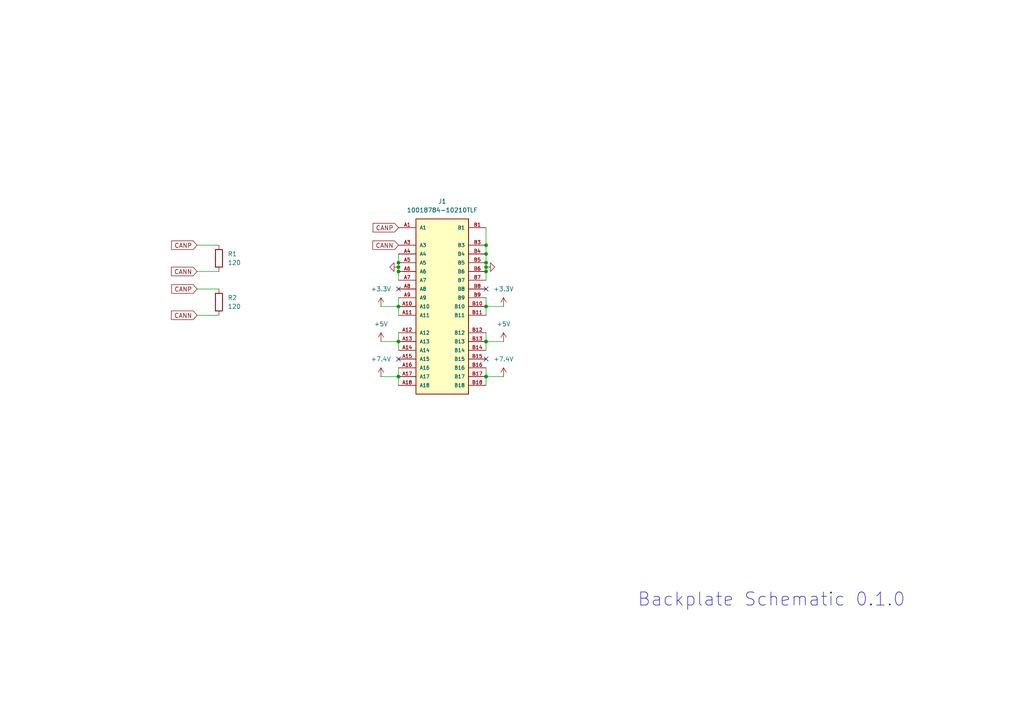
<source format=kicad_sch>
(kicad_sch (version 20231120) (generator "eeschema") (generator_version "8.0")
  (paper "A4")
  (lib_symbols
    (symbol "10018784-10210TLF:10018784-10210TLF" (pin_names (offset 1.016))
      (property "Reference" "J1" (at 0 30.48 0))
      (property "Value" "10018784-10210TLF" (at 0 27.94 0))
      (symbol "10018784-10210TLF_0_0"
        (rectangle (start -7.62 -25.4) (end 7.62 25.4) (stroke (width 0.254)) (fill (type background)))
        (pin passive line (at -12.7 22.86 0) (length 5.08) (name "A1") (number "A1"))
        (pin passive line (at -12.7 0 0) (length 5.08) (name "A10") (number "A10"))
        (pin passive line (at -12.7 -2.54 0) (length 5.08) (name "A11") (number "A11"))
        (pin passive line (at -12.7 -7.62 0) (length 5.08) (name "A12") (number "A12"))
        (pin passive line (at -12.7 -10.16 0) (length 5.08) (name "A13") (number "A13"))
        (pin passive line (at -12.7 -12.7 0) (length 5.08) (name "A14") (number "A14"))
        (pin passive line (at -12.7 -15.24 0) (length 5.08) (name "A15") (number "A15"))
        (pin passive line (at -12.7 -17.78 0) (length 5.08) (name "A16") (number "A16"))
        (pin passive line (at -12.7 -20.32 0) (length 5.08) (name "A17") (number "A17"))
        (pin passive line (at -12.7 -22.86 0) (length 5.08) (name "A18") (number "A18"))
        (pin passive line (at -12.7 17.78 0) (length 5.08) (name "A3") (number "A3"))
        (pin passive line (at -12.7 15.24 0) (length 5.08) (name "A4") (number "A4"))
        (pin passive line (at -12.7 12.7 0) (length 5.08) (name "A5") (number "A5"))
        (pin passive line (at -12.7 10.16 0) (length 5.08) (name "A6") (number "A6"))
        (pin passive line (at -12.7 7.62 0) (length 5.08) (name "A7") (number "A7"))
        (pin passive line (at -12.7 5.08 0) (length 5.08) (name "A8") (number "A8"))
        (pin passive line (at -12.7 2.54 0) (length 5.08) (name "A9") (number "A9"))
        (pin passive line (at 12.7 22.86 180) (length 5.08) (name "B1") (number "B1"))
        (pin passive line (at 12.7 0 180) (length 5.08) (name "B10") (number "B10"))
        (pin passive line (at 12.7 -2.54 180) (length 5.08) (name "B11") (number "B11"))
        (pin passive line (at 12.7 -7.62 180) (length 5.08) (name "B12") (number "B12"))
        (pin passive line (at 12.7 -10.16 180) (length 5.08) (name "B13") (number "B13"))
        (pin passive line (at 12.7 -12.7 180) (length 5.08) (name "B14") (number "B14"))
        (pin passive line (at 12.7 -15.24 180) (length 5.08) (name "B15") (number "B15"))
        (pin passive line (at 12.7 -17.78 180) (length 5.08) (name "B16") (number "B16"))
        (pin passive line (at 12.7 -20.32 180) (length 5.08) (name "B17") (number "B17"))
        (pin passive line (at 12.7 -22.86 180) (length 5.08) (name "B18") (number "B18"))
        (pin passive line (at 12.7 17.78 180) (length 5.08) (name "B3") (number "B3"))
        (pin passive line (at 12.7 15.24 180) (length 5.08) (name "B4") (number "B4"))
        (pin passive line (at 12.7 12.7 180) (length 5.08) (name "B5") (number "B5"))
        (pin passive line (at 12.7 10.16 180) (length 5.08) (name "B6") (number "B6"))
        (pin passive line (at 12.7 7.62 180) (length 5.08) (name "B7") (number "B7"))
        (pin passive line (at 12.7 5.08 180) (length 5.08) (name "B8") (number "B8"))
        (pin passive line (at 12.7 2.54 180) (length 5.08) (name "B9") (number "B9"))
      )
    )
    (symbol "Device:R" (pin_numbers hide) (pin_names (offset 0))
      (property "Reference" "R" (at 2.032 0 90))
      (property "Value" "R" (at 0 0 90))
      (symbol "R_0_1"
        (rectangle (start -1.016 -2.54) (end 1.016 2.54) (stroke (width 0.254)))
      )
      (symbol "R_1_1"
        (pin passive line (at 0 3.81 270) (length 1.27) (name "~") (number "1"))
        (pin passive line (at 0 -3.81 90) (length 1.27) (name "~") (number "2"))
      )
    )
    (symbol "power:GND" (power) (pin_numbers hide) (pin_names (offset 0) hide)
      (property "Value" "GND" (at 0 -3.81 0))
      (symbol "GND_0_1"
        (polyline (pts (xy 0 0) (xy 0 -1.27) (xy 1.27 -1.27) (xy 0 -2.54) (xy -1.27 -1.27) (xy 0 -1.27)))
      )
      (symbol "GND_1_1"
        (pin power_in line (at 0 0 270) (length 0) (name "~") (number "1"))
      )
    )
    (symbol "power:VAA" (power) (pin_numbers hide) (pin_names (offset 0) hide)
      (property "Value" "VAA" (at 0 3.556 0))
      (symbol "VAA_0_1"
        (polyline (pts (xy -0.762 1.27) (xy 0 2.54)))
        (polyline (pts (xy 0 0) (xy 0 2.54)))
        (polyline (pts (xy 0 2.54) (xy 0.762 1.27)))
      )
      (symbol "VAA_1_1"
        (pin power_in line (at 0 0 90) (length 0) (name "~") (number "1"))
      )
    )
  )
  (junction (at 115.57 109.22))
  (junction (at 140.97 99.06))
  (junction (at 115.57 88.9))
  (junction (at 115.57 99.06))
  (junction (at 140.97 73.66))
  (junction (at 140.97 77.47))
  (junction (at 140.97 88.9))
  (junction (at 140.97 76.2))
  (junction (at 115.57 78.74))
  (junction (at 140.97 78.74))
  (junction (at 140.97 71.12))
  (junction (at 115.57 77.47))
  (junction (at 140.97 109.22))
  (junction (at 115.57 76.2))
  (no_connect (at 140.97 104.14))
  (no_connect (at 140.97 83.82))
  (no_connect (at 115.57 104.14))
  (no_connect (at 115.57 83.82))
  (wire (pts (xy 140.97 66.04) (xy 140.97 71.12)))
  (wire (pts (xy 115.57 96.52) (xy 115.57 99.06)))
  (wire (pts (xy 57.15 83.82) (xy 63.5 83.82)))
  (wire (pts (xy 140.97 71.12) (xy 140.97 73.66)))
  (wire (pts (xy 140.97 88.9) (xy 140.97 91.44)))
  (wire (pts (xy 115.57 76.2) (xy 115.57 77.47)))
  (wire (pts (xy 57.15 78.74) (xy 63.5 78.74)))
  (wire (pts (xy 115.57 86.36) (xy 115.57 88.9)))
  (wire (pts (xy 140.97 96.52) (xy 140.97 99.06)))
  (wire (pts (xy 140.97 99.06) (xy 140.97 101.6)))
  (wire (pts (xy 115.57 88.9) (xy 115.57 91.44)))
  (wire (pts (xy 57.15 71.12) (xy 63.5 71.12)))
  (wire (pts (xy 140.97 106.68) (xy 140.97 109.22)))
  (wire (pts (xy 57.15 91.44) (xy 63.5 91.44)))
  (wire (pts (xy 140.97 78.74) (xy 140.97 81.28)))
  (wire (pts (xy 146.05 88.9) (xy 140.97 88.9)))
  (wire (pts (xy 140.97 76.2) (xy 140.97 77.47)))
  (wire (pts (xy 140.97 77.47) (xy 140.97 78.74)))
  (wire (pts (xy 110.49 99.06) (xy 115.57 99.06)))
  (wire (pts (xy 140.97 109.22) (xy 140.97 111.76)))
  (wire (pts (xy 146.05 99.06) (xy 140.97 99.06)))
  (wire (pts (xy 146.05 109.22) (xy 140.97 109.22)))
  (wire (pts (xy 115.57 77.47) (xy 115.57 78.74)))
  (wire (pts (xy 140.97 86.36) (xy 140.97 88.9)))
  (wire (pts (xy 110.49 109.22) (xy 115.57 109.22)))
  (wire (pts (xy 115.57 73.66) (xy 115.57 76.2)))
  (wire (pts (xy 115.57 106.68) (xy 115.57 109.22)))
  (wire (pts (xy 110.49 88.9) (xy 115.57 88.9)))
  (wire (pts (xy 115.57 78.74) (xy 115.57 81.28)))
  (wire (pts (xy 115.57 109.22) (xy 115.57 111.76)))
  (wire (pts (xy 140.97 73.66) (xy 140.97 76.2)))
  (wire (pts (xy 115.57 99.06) (xy 115.57 101.6)))
  (text "Backplate Schematic 0.1.0" (at 223.774 173.99 0) (effects (font (size 3.81 3.81))))
  (global_label "CANN" (shape input) (at 115.57 71.12 180) (property "Intersheetrefs" "${INTERSHEET_REFS}" (effects (hide yes))))
  (global_label "CANP" (shape input) (at 57.15 83.82 180) (property "Intersheetrefs" "${INTERSHEET_REFS}" (effects (hide yes))))
  (global_label "CANN" (shape input) (at 57.15 91.44 180) (property "Intersheetrefs" "${INTERSHEET_REFS}" (effects (hide yes))))
  (global_label "CANN" (shape input) (at 57.15 78.74 180) (property "Intersheetrefs" "${INTERSHEET_REFS}" (effects (hide yes))))
  (global_label "CANP" (shape input) (at 115.57 66.04 180) (property "Intersheetrefs" "${INTERSHEET_REFS}" (effects (hide yes))))
  (global_label "CANP" (shape input) (at 57.15 71.12 180) (property "Intersheetrefs" "${INTERSHEET_REFS}" (effects (hide yes))))
  (symbol (lib_id "Device:R") (at 63.5 87.63 0) (unit 1)
    (property "Reference" "R2" (at 66.04 86.3599 0) (effects (justify left)))
    (property "Value" "120" (at 66.04 88.8999 0) (effects (justify left)))
    (property "Footprint" "Resistor_SMD:R_0805_2012Metric" (effects (hide yes)))
    (property "Description" "Resistor" (effects (hide yes)))
  )
  (symbol (lib_id "power:VAA") (at 146.05 99.06 0) (unit 1)
    (property "Reference" "#PWR04" (effects (hide yes)))
    (property "Value" "+5V" (at 146.05 93.98 0))
    (property "Description" "Power symbol creates a global label with name \"VAA\"" (effects (hide yes)))
  )
  (symbol (lib_id "10018784-10210TLF:10018784-10210TLF") (at 128.27 88.9 0) (unit 1)
    (property "Reference" "J1" (at 128.27 58.42 0))
    (property "Value" "10018784-10210TLF" (at 128.27 60.96 0))
    (property "Footprint" "10018784_10210TLF:AMPHENOL_10018784-10210TLF" (effects (hide yes)))
    (property "PARTREV" "S" (effects (hide yes)))
    (property "STANDARD" "Manufacturer Recommendations" (effects (hide yes)))
    (property "MANUFACTURER" "Amphenol" (effects (hide yes)))
    (property "digikey #" "609-2029-ND" (effects (hide yes)))
    (property "digikey link" "https://www.digikey.ca/en/products/detail/amphenol-cs-fci/10018784-10210TLF/1002344" (effects (hide yes)))
  )
  (symbol (lib_id "power:VAA") (at 110.49 99.06 0) (mirror y) (unit 1)
    (property "Reference" "#PWR09" (effects (hide yes)))
    (property "Value" "+5V" (at 110.49 93.98 0))
    (property "Description" "Power symbol creates a global label with name \"VAA\"" (effects (hide yes)))
  )
  (symbol (lib_id "power:GND") (at 140.97 77.47 90) (unit 1)
    (property "Reference" "#PWR02" (effects (hide yes)))
    (property "Value" "GND" (effects (hide yes)))
    (property "Description" "Power symbol creates a global label with name \"GND\" , ground" (effects (hide yes)))
  )
  (symbol (lib_id "power:VAA") (at 146.05 88.9 0) (unit 1)
    (property "Reference" "#PWR03" (effects (hide yes)))
    (property "Value" "+3.3V" (at 146.05 83.82 0))
    (property "Description" "Power symbol creates a global label with name \"VAA\"" (effects (hide yes)))
  )
  (symbol (lib_id "Device:R") (at 63.5 74.93 0) (unit 1)
    (property "Reference" "R1" (at 66.04 73.6599 0) (effects (justify left)))
    (property "Value" "120" (at 66.04 76.1999 0) (effects (justify left)))
    (property "Footprint" "Resistor_SMD:R_0805_2012Metric" (effects (hide yes)))
    (property "Description" "Resistor" (effects (hide yes)))
  )
  (symbol (lib_id "power:GND") (at 115.57 77.47 270) (mirror x) (unit 1)
    (property "Reference" "#PWR07" (effects (hide yes)))
    (property "Value" "GND" (effects (hide yes)))
    (property "Description" "Power symbol creates a global label with name \"GND\" , ground" (effects (hide yes)))
  )
  (symbol (lib_id "power:VAA") (at 110.49 88.9 0) (mirror y) (unit 1)
    (property "Reference" "#PWR08" (effects (hide yes)))
    (property "Value" "+3.3V" (at 110.49 83.82 0))
    (property "Description" "Power symbol creates a global label with name \"VAA\"" (effects (hide yes)))
  )
  (symbol (lib_id "power:VAA") (at 146.05 109.22 0) (unit 1)
    (property "Reference" "#PWR05" (effects (hide yes)))
    (property "Value" "+7.4V" (at 146.05 104.14 0))
    (property "Description" "Power symbol creates a global label with name \"VAA\"" (effects (hide yes)))
  )
  (symbol (lib_id "power:VAA") (at 110.49 109.22 0) (mirror y) (unit 1)
    (property "Reference" "#PWR010" (effects (hide yes)))
    (property "Value" "+7.4V" (at 110.49 104.14 0))
    (property "Description" "Power symbol creates a global label with name \"VAA\"" (effects (hide yes)))
  )
)
</source>
